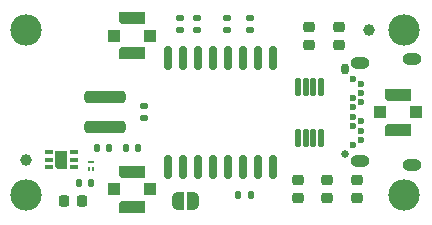
<source format=gbs>
%TF.GenerationSoftware,KiCad,Pcbnew,7.0.1*%
%TF.CreationDate,2023-03-24T10:32:53-04:00*%
%TF.ProjectId,wingbeat_detector,77696e67-6265-4617-945f-646574656374,3.0*%
%TF.SameCoordinates,Original*%
%TF.FileFunction,Soldermask,Bot*%
%TF.FilePolarity,Negative*%
%FSLAX46Y46*%
G04 Gerber Fmt 4.6, Leading zero omitted, Abs format (unit mm)*
G04 Created by KiCad (PCBNEW 7.0.1) date 2023-03-24 10:32:53*
%MOMM*%
%LPD*%
G01*
G04 APERTURE LIST*
G04 Aperture macros list*
%AMRoundRect*
0 Rectangle with rounded corners*
0 $1 Rounding radius*
0 $2 $3 $4 $5 $6 $7 $8 $9 X,Y pos of 4 corners*
0 Add a 4 corners polygon primitive as box body*
4,1,4,$2,$3,$4,$5,$6,$7,$8,$9,$2,$3,0*
0 Add four circle primitives for the rounded corners*
1,1,$1+$1,$2,$3*
1,1,$1+$1,$4,$5*
1,1,$1+$1,$6,$7*
1,1,$1+$1,$8,$9*
0 Add four rect primitives between the rounded corners*
20,1,$1+$1,$2,$3,$4,$5,0*
20,1,$1+$1,$4,$5,$6,$7,0*
20,1,$1+$1,$6,$7,$8,$9,0*
20,1,$1+$1,$8,$9,$2,$3,0*%
%AMOutline5P*
0 Free polygon, 5 corners , with rotation*
0 The origin of the aperture is its center*
0 number of corners: always 5*
0 $1 to $10 corner X, Y*
0 $11 Rotation angle, in degrees counterclockwise*
0 create outline with 5 corners*
4,1,5,$1,$2,$3,$4,$5,$6,$7,$8,$9,$10,$1,$2,$11*%
%AMOutline6P*
0 Free polygon, 6 corners , with rotation*
0 The origin of the aperture is its center*
0 number of corners: always 6*
0 $1 to $12 corner X, Y*
0 $13 Rotation angle, in degrees counterclockwise*
0 create outline with 6 corners*
4,1,6,$1,$2,$3,$4,$5,$6,$7,$8,$9,$10,$11,$12,$1,$2,$13*%
%AMOutline7P*
0 Free polygon, 7 corners , with rotation*
0 The origin of the aperture is its center*
0 number of corners: always 7*
0 $1 to $14 corner X, Y*
0 $15 Rotation angle, in degrees counterclockwise*
0 create outline with 7 corners*
4,1,7,$1,$2,$3,$4,$5,$6,$7,$8,$9,$10,$11,$12,$13,$14,$1,$2,$15*%
%AMOutline8P*
0 Free polygon, 8 corners , with rotation*
0 The origin of the aperture is its center*
0 number of corners: always 8*
0 $1 to $16 corner X, Y*
0 $17 Rotation angle, in degrees counterclockwise*
0 create outline with 8 corners*
4,1,8,$1,$2,$3,$4,$5,$6,$7,$8,$9,$10,$11,$12,$13,$14,$15,$16,$1,$2,$17*%
%AMFreePoly0*
4,1,19,0.500000,-0.750000,0.000000,-0.750000,0.000000,-0.744911,-0.071157,-0.744911,-0.207708,-0.704816,-0.327430,-0.627875,-0.420627,-0.520320,-0.479746,-0.390866,-0.500000,-0.250000,-0.500000,0.250000,-0.479746,0.390866,-0.420627,0.520320,-0.327430,0.627875,-0.207708,0.704816,-0.071157,0.744911,0.000000,0.744911,0.000000,0.750000,0.500000,0.750000,0.500000,-0.750000,0.500000,-0.750000,
$1*%
%AMFreePoly1*
4,1,19,0.000000,0.744911,0.071157,0.744911,0.207708,0.704816,0.327430,0.627875,0.420627,0.520320,0.479746,0.390866,0.500000,0.250000,0.500000,-0.250000,0.479746,-0.390866,0.420627,-0.520320,0.327430,-0.627875,0.207708,-0.704816,0.071157,-0.744911,0.000000,-0.744911,0.000000,-0.750000,-0.500000,-0.750000,-0.500000,0.750000,0.000000,0.750000,0.000000,0.744911,0.000000,0.744911,
$1*%
G04 Aperture macros list end*
%ADD10C,2.660000*%
%ADD11C,0.650000*%
%ADD12O,0.650000X0.950000*%
%ADD13C,0.600000*%
%ADD14O,1.600000X1.000000*%
%ADD15RoundRect,0.140000X0.170000X-0.140000X0.170000X0.140000X-0.170000X0.140000X-0.170000X-0.140000X0*%
%ADD16RoundRect,0.225000X-0.225000X-0.250000X0.225000X-0.250000X0.225000X0.250000X-0.225000X0.250000X0*%
%ADD17RoundRect,0.135000X0.185000X-0.135000X0.185000X0.135000X-0.185000X0.135000X-0.185000X-0.135000X0*%
%ADD18RoundRect,0.225000X0.250000X-0.225000X0.250000X0.225000X-0.250000X0.225000X-0.250000X-0.225000X0*%
%ADD19RoundRect,0.135000X-0.135000X-0.185000X0.135000X-0.185000X0.135000X0.185000X-0.135000X0.185000X0*%
%ADD20C,1.000000*%
%ADD21R,0.650000X0.350000*%
%ADD22Outline5P,-0.500000X0.800000X0.500000X0.800000X0.500000X-0.800000X-0.300000X-0.800000X-0.500000X-0.600000X0.000000*%
%ADD23R,1.050000X1.000000*%
%ADD24Outline5P,-0.525000X1.100000X0.525000X1.100000X0.525000X-0.837500X0.262500X-1.100000X-0.525000X-1.100000X270.000000*%
%ADD25Outline5P,-0.525000X1.100000X0.525000X1.100000X0.525000X-1.100000X-0.262500X-1.100000X-0.525000X-0.837500X270.000000*%
%ADD26RoundRect,0.135000X0.135000X0.185000X-0.135000X0.185000X-0.135000X-0.185000X0.135000X-0.185000X0*%
%ADD27RoundRect,0.250000X-1.500000X-0.250000X1.500000X-0.250000X1.500000X0.250000X-1.500000X0.250000X0*%
%ADD28FreePoly0,180.000000*%
%ADD29FreePoly1,180.000000*%
%ADD30RoundRect,0.028200X0.206800X-0.681800X0.206800X0.681800X-0.206800X0.681800X-0.206800X-0.681800X0*%
%ADD31RoundRect,0.150000X0.150000X-0.875000X0.150000X0.875000X-0.150000X0.875000X-0.150000X-0.875000X0*%
%ADD32RoundRect,0.140000X-0.170000X0.140000X-0.170000X-0.140000X0.170000X-0.140000X0.170000X0.140000X0*%
%ADD33RoundRect,0.225000X-0.250000X0.225000X-0.250000X-0.225000X0.250000X-0.225000X0.250000X0.225000X0*%
%ADD34RoundRect,0.030000X-0.045000X-0.095000X0.045000X-0.095000X0.045000X0.095000X-0.045000X0.095000X0*%
%ADD35RoundRect,0.050000X-0.200000X-0.075000X0.200000X-0.075000X0.200000X0.075000X-0.200000X0.075000X0*%
G04 APERTURE END LIST*
D10*
%TO.C,H2*%
X166000000Y-93000000D03*
%TD*%
D11*
%TO.C,J1*%
X161000000Y-103550000D03*
D12*
X161000000Y-96350000D03*
D13*
X161650000Y-97150000D03*
X162350000Y-97550000D03*
X162350000Y-98350000D03*
X161650000Y-98750000D03*
X162350000Y-99150000D03*
X161650000Y-99550000D03*
X161650000Y-100350000D03*
X162350000Y-100750000D03*
X161650000Y-101150000D03*
X162350000Y-101550000D03*
X162350000Y-102350000D03*
X161650000Y-102750000D03*
D14*
X162250000Y-104080000D03*
X162250000Y-95820000D03*
X166700000Y-104490000D03*
X166700000Y-95510000D03*
%TD*%
D10*
%TO.C,H4*%
X134000000Y-107000000D03*
%TD*%
%TO.C,H3*%
X166000000Y-107000000D03*
%TD*%
%TO.C,H1*%
X134000000Y-93000000D03*
%TD*%
D15*
%TO.C,C7*%
X148500000Y-92980000D03*
X148500000Y-92020000D03*
%TD*%
D16*
%TO.C,C13*%
X137225000Y-107500000D03*
X138775000Y-107500000D03*
%TD*%
D17*
%TO.C,R3*%
X151000000Y-93010000D03*
X151000000Y-91990000D03*
%TD*%
D18*
%TO.C,C4*%
X160500000Y-94275000D03*
X160500000Y-92725000D03*
%TD*%
%TO.C,C5*%
X157000000Y-107275000D03*
X157000000Y-105725000D03*
%TD*%
%TO.C,C1*%
X158000000Y-94275000D03*
X158000000Y-92725000D03*
%TD*%
D17*
%TO.C,R6*%
X153000000Y-93010000D03*
X153000000Y-91990000D03*
%TD*%
D19*
%TO.C,R4*%
X151990000Y-107000000D03*
X153010000Y-107000000D03*
%TD*%
D20*
%TO.C,FID2*%
X163000000Y-93000000D03*
%TD*%
D21*
%TO.C,U6*%
X135950000Y-104650000D03*
X135950000Y-104000000D03*
X135950000Y-103350000D03*
X138050000Y-103350000D03*
X138050000Y-104000000D03*
X138050000Y-104650000D03*
D22*
X137000000Y-104000000D03*
%TD*%
D23*
%TO.C,J3*%
X141475000Y-93500000D03*
D24*
X143000000Y-92025000D03*
D23*
X144525000Y-93500000D03*
D25*
X143000000Y-94975000D03*
%TD*%
D26*
%TO.C,R17*%
X143510000Y-103000000D03*
X142490000Y-103000000D03*
%TD*%
D27*
%TO.C,D2*%
X140675000Y-101270000D03*
X140675000Y-98730000D03*
%TD*%
D28*
%TO.C,JP1*%
X148150000Y-107500000D03*
D29*
X146850000Y-107500000D03*
%TD*%
D30*
%TO.C,U1*%
X158975000Y-102165000D03*
X158325000Y-102165000D03*
X157675000Y-102165000D03*
X157025000Y-102165000D03*
X157025000Y-97835000D03*
X157675000Y-97835000D03*
X158325000Y-97835000D03*
X158975000Y-97835000D03*
%TD*%
D31*
%TO.C,U3*%
X154945000Y-104650000D03*
X153675000Y-104650000D03*
X152405000Y-104650000D03*
X151135000Y-104650000D03*
X149865000Y-104650000D03*
X148595000Y-104650000D03*
X147325000Y-104650000D03*
X146055000Y-104650000D03*
X146055000Y-95350000D03*
X147325000Y-95350000D03*
X148595000Y-95350000D03*
X149865000Y-95350000D03*
X151135000Y-95350000D03*
X152405000Y-95350000D03*
X153675000Y-95350000D03*
X154945000Y-95350000D03*
%TD*%
D23*
%TO.C,J4*%
X141475000Y-106500000D03*
D24*
X143000000Y-105025000D03*
D23*
X144525000Y-106500000D03*
D25*
X143000000Y-107975000D03*
%TD*%
D23*
%TO.C,J2*%
X163975000Y-100000000D03*
D24*
X165500000Y-98525000D03*
D23*
X167025000Y-100000000D03*
D25*
X165500000Y-101475000D03*
%TD*%
D19*
%TO.C,R16*%
X139990000Y-103000000D03*
X141010000Y-103000000D03*
%TD*%
%TO.C,R15*%
X138490000Y-106000000D03*
X139510000Y-106000000D03*
%TD*%
D32*
%TO.C,C9*%
X147000000Y-92020000D03*
X147000000Y-92980000D03*
%TD*%
D17*
%TO.C,R8*%
X144000000Y-100510000D03*
X144000000Y-99490000D03*
%TD*%
D20*
%TO.C,FID4*%
X134000000Y-104000000D03*
%TD*%
D33*
%TO.C,C2*%
X162000000Y-105725000D03*
X162000000Y-107275000D03*
%TD*%
D34*
%TO.C,Q1*%
X139675000Y-104825000D03*
X139325000Y-104825000D03*
D35*
X139500000Y-104175000D03*
%TD*%
D33*
%TO.C,C3*%
X159500000Y-105725000D03*
X159500000Y-107275000D03*
%TD*%
M02*

</source>
